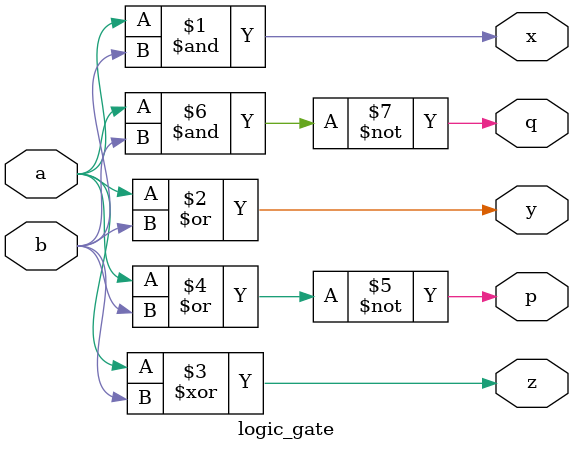
<source format=v>
`timescale 1ns / 1ps


module logic_gate(a, b, x, y, z, p, q);

input a, b;

output x, y, z, p, q;

wire x, y, z, p, q;

//AND gate
assign x = a & b;
//OR gate
assign y = a | b;
//XOR gate
assign z = a ^ b;
//NOR gate
assign p = ~(a | b);
//NAND gate
assign q = ~(a & b);

endmodule

</source>
